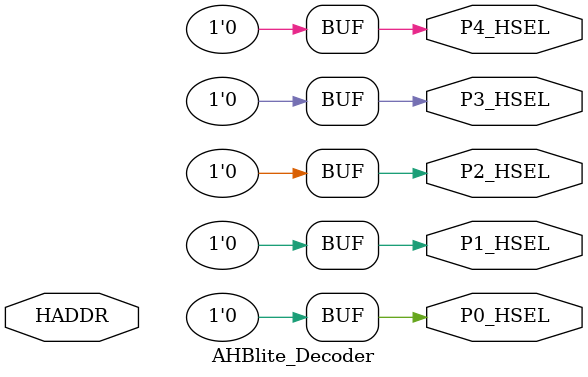
<source format=v>
module AHBlite_Decoder
#(
    /*RAMCODE enable parameter*/
    parameter Port0_en = 0,
    /************************/

    /*RAMDATA  enable parameter*/
    parameter Port1_en = 0,
    /************************/

    /*GCD enable parameter*/
    parameter Port2_en = 0,
    /************************/

    /*Segdisp enable parameter*/
    parameter Port3_en=0,
    /************************/

    /*Keyboard enable parameter*/
    parameter Port4_en=0
    /************************/

    
)(
    input [31:0] HADDR,

    /*RAMCODE OUTPUT SELECTION SIGNAL*/
    output wire P0_HSEL,

    /*RAMDATA OUTPUT SELECTION SIGNAL*/
    output wire P1_HSEL,

    /*GCD OUTPUT SELECTION SIGNAL*/
    output wire P2_HSEL,

    /*Segdisp OUTPUT SELECTION SIGNAL*/
    output wire P3_HSEL,       

    /*Keyboard OUTPUT SELECTION SIGNAL*/
    output wire P4_HSEL  
);

//RAMCODE-----------------------------------

//0x00000000-0x0000ffff
/*Insert RAMCODE decoder code there*/
assign P0_HSEL = (HADDR[31:16] == 16'h0000) ? Port0_en : 1'd0;
/***********************************/



//PERIPHRAL-----------------------------

//0x40000000 GCD Input A
//0x40000004 GCD Input B
//0x40000008 GCD Control (Start)
//0x4000000C GCD Status/Result
/*Insert GCD decoder code there*/
assign P2_HSEL = (HADDR[31:4] == 28'h4000000) ? Port2_en : 1'd0;
/***********************************/

//0X40000010 Segdisp DATA (0x40000010 - 0x40000013)
assign P3_HSEL = (HADDR[31:4] == 28'h4000001) && (HADDR[3:2] == 2'b00) ? Port3_en : 1'd0;

//0X40000014 Keyboard DATA  (0x40000014 - 0x40000017)
assign P4_HSEL = (HADDR[31:4] == 28'h4000001) && (HADDR[3:2] == 2'b01) ? Port4_en : 1'd0;
/***********************************/

//RAMDATA-----------------------------
//0X20000000-0X2000FFFF
/*Insert RAMDATA decoder code there*/
assign P1_HSEL = (HADDR[31:16] == 16'h2000) ? Port1_en : 1'b0;
/***********************************/

endmodule
</source>
